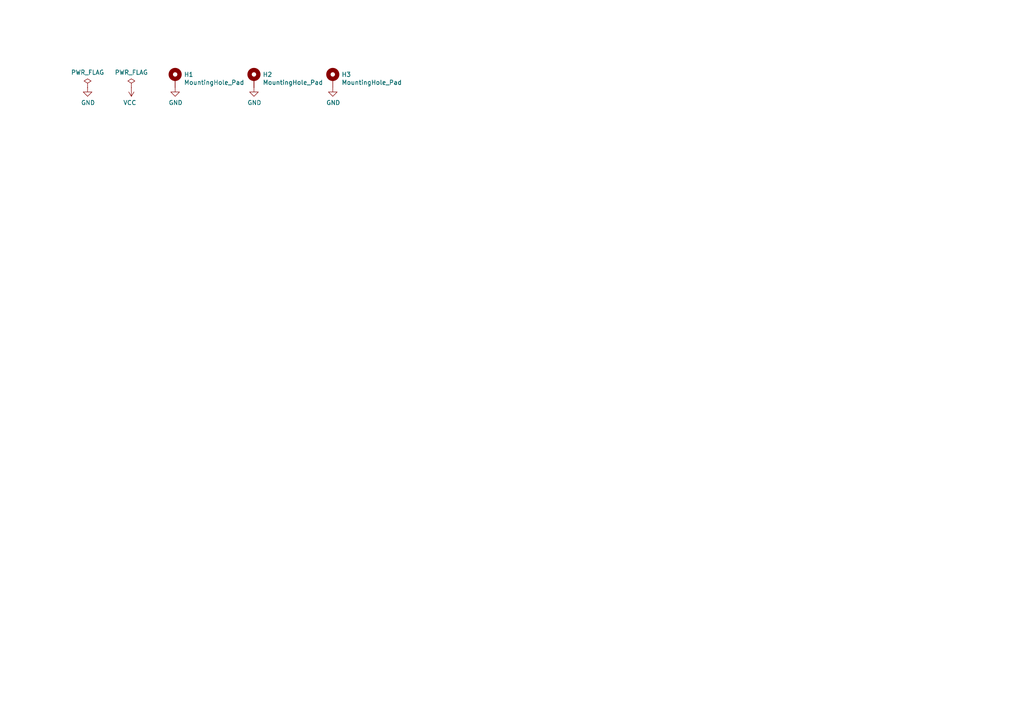
<source format=kicad_sch>
(kicad_sch (version 20230121) (generator eeschema)
  (paper "A4")
  (title_block (title "REVIUNG34-SPLIT-TOP") (date "2020-10-16") (rev "2.0"))
  (lib_symbols
    (symbol "Mechanical:MountingHole_Pad" (pin_numbers hide) (pin_names (offset 1.016) hide)
      (property "Reference" "H" (at 0 6.35 0))
      (property "Value" "MountingHole_Pad" (at 0 4.445 0))
      (symbol "MountingHole_Pad_0_1"
        (circle (center 0 1.27) (radius 1.27) (stroke (width 1.27)))
      )
      (symbol "MountingHole_Pad_1_1"
        (pin input line (at 0 -2.54 90) (length 2.54) (name "1") (number "1"))
      )
    )
    (symbol "power:GND" (power) (pin_names (offset 0))
      (property "Value" "GND" (at 0 -3.81 0))
      (symbol "GND_0_1"
        (polyline (pts (xy 0 0) (xy 0 -1.27) (xy 1.27 -1.27) (xy 0 -2.54) (xy -1.27 -1.27) (xy 0 -1.27)))
      )
      (symbol "GND_1_1"
        (pin power_in line (at 0 0 270) (length 0) hide (name "GND") (number "1"))
      )
    )
    (symbol "power:PWR_FLAG" (power) (pin_numbers hide) (pin_names (offset 0) hide)
      (property "Value" "PWR_FLAG" (at 0 3.81 0))
      (symbol "PWR_FLAG_0_0"
        (pin power_out line (at 0 0 90) (length 0) (name "pwr") (number "1"))
      )
      (symbol "PWR_FLAG_0_1"
        (polyline (pts (xy 0 0) (xy 0 1.27) (xy -1.016 1.905) (xy 0 2.54) (xy 1.016 1.905) (xy 0 1.27)))
      )
    )
    (symbol "power:VCC" (power) (pin_names (offset 0))
      (property "Value" "VCC" (at 0 3.81 0))
      (symbol "VCC_0_1"
        (polyline (pts (xy -0.762 1.27) (xy 0 2.54)))
        (polyline (pts (xy 0 0) (xy 0 2.54)))
        (polyline (pts (xy 0 2.54) (xy 0.762 1.27)))
      )
      (symbol "VCC_1_1"
        (pin power_in line (at 0 0 90) (length 0) hide (name "VCC") (number "1"))
      )
    )
  )
  (symbol (lib_id "power:PWR_FLAG") (at 25.4 25.4 0) (unit 1)
    (property "Reference" "#FLG01" (effects hide))
    (property "Value" "PWR_FLAG" (at 25.4 21.0058 0))
  )
  (symbol (lib_id "power:PWR_FLAG") (at 38.1 25.4 0) (unit 1)
    (property "Reference" "#FLG02" (effects hide))
    (property "Value" "PWR_FLAG" (at 38.1 21.0058 0))
  )
  (symbol (lib_id "Mechanical:MountingHole_Pad") (at 50.8 22.86 0) (unit 1)
    (property "Reference" "H1" (at 53.34 21.6154 0) (effects (justify left)))
    (property "Value" "MountingHole_Pad" (at 53.34 23.9268 0) (effects (justify left)))
    (property "Footprint" "MountingHole:MountingHole_2.2mm_M2_Pad" (effects hide))
  )
  (symbol (lib_id "power:GND") (at 25.4 25.4 0) (unit 1)
    (property "Reference" "#PWR01" (effects hide))
    (property "Value" "GND" (at 25.527 29.7942 0))
  )
  (symbol (lib_id "power:GND") (at 50.8 25.4 0) (unit 1)
    (property "Reference" "#PWR03" (effects hide))
    (property "Value" "GND" (at 50.927 29.7942 0))
  )
  (symbol (lib_id "power:VCC") (at 38.1 25.4 180) (unit 1)
    (property "Reference" "#PWR02" (effects hide))
    (property "Value" "VCC" (at 37.6428 29.7942 0))
  )
  (symbol (lib_id "Mechanical:MountingHole_Pad") (at 73.66 22.86 0) (unit 1)
    (property "Reference" "H2" (at 76.2 21.6154 0) (effects (justify left)))
    (property "Value" "MountingHole_Pad" (at 76.2 23.9268 0) (effects (justify left)))
    (property "Footprint" "MountingHole:MountingHole_2.2mm_M2_Pad" (effects hide))
  )
  (symbol (lib_id "power:GND") (at 73.66 25.4 0) (unit 1)
    (property "Reference" "#PWR04" (effects hide))
    (property "Value" "GND" (at 73.787 29.7942 0))
  )
  (symbol (lib_id "Mechanical:MountingHole_Pad") (at 96.52 22.86 0) (unit 1)
    (property "Reference" "H3" (at 99.06 21.6154 0) (effects (justify left)))
    (property "Value" "MountingHole_Pad" (at 99.06 23.9268 0) (effects (justify left)))
    (property "Footprint" "_reviung-kbd:MountingHole_2.2mm_M2_Pad" (effects hide))
  )
  (symbol (lib_id "power:GND") (at 96.52 25.4 0) (unit 1)
    (property "Reference" "#PWR05" (effects hide))
    (property "Value" "GND" (at 96.647 29.7942 0))
  )
)
</source>
